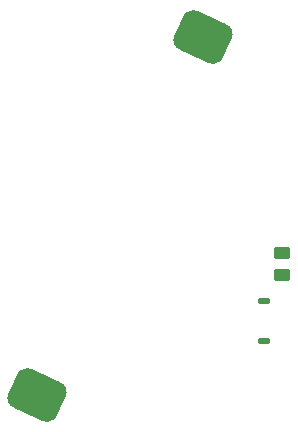
<source format=gbp>
%TF.GenerationSoftware,KiCad,Pcbnew,9.0.4*%
%TF.CreationDate,2025-12-02T01:12:31+00:00*%
%TF.ProjectId,dtv2,64747632-2e6b-4696-9361-645f70636258,rev?*%
%TF.SameCoordinates,Original*%
%TF.FileFunction,Paste,Bot*%
%TF.FilePolarity,Positive*%
%FSLAX46Y46*%
G04 Gerber Fmt 4.6, Leading zero omitted, Abs format (unit mm)*
G04 Created by KiCad (PCBNEW 9.0.4) date 2025-12-02 01:12:31*
%MOMM*%
%LPD*%
G01*
G04 APERTURE LIST*
G04 Aperture macros list*
%AMRoundRect*
0 Rectangle with rounded corners*
0 $1 Rounding radius*
0 $2 $3 $4 $5 $6 $7 $8 $9 X,Y pos of 4 corners*
0 Add a 4 corners polygon primitive as box body*
4,1,4,$2,$3,$4,$5,$6,$7,$8,$9,$2,$3,0*
0 Add four circle primitives for the rounded corners*
1,1,$1+$1,$2,$3*
1,1,$1+$1,$4,$5*
1,1,$1+$1,$6,$7*
1,1,$1+$1,$8,$9*
0 Add four rect primitives between the rounded corners*
20,1,$1+$1,$2,$3,$4,$5,0*
20,1,$1+$1,$4,$5,$6,$7,0*
20,1,$1+$1,$6,$7,$8,$9,0*
20,1,$1+$1,$8,$9,$2,$3,0*%
G04 Aperture macros list end*
%ADD10RoundRect,0.905000X-0.836514X1.388630X-1.601454X-0.251787X0.836514X-1.388630X1.601454X0.251787X0*%
%ADD11RoundRect,0.075000X-0.425000X0.175000X-0.425000X-0.175000X0.425000X-0.175000X0.425000X0.175000X0*%
%ADD12RoundRect,0.250000X-0.450000X0.262500X-0.450000X-0.262500X0.450000X-0.262500X0.450000X0.262500X0*%
G04 APERTURE END LIST*
D10*
%TO.C,BT1*%
X122102772Y-67006508D03*
X108000000Y-97250000D03*
%TD*%
D11*
%TO.C,SW2*%
X127250000Y-92700000D03*
X127250000Y-89300000D03*
%TD*%
D12*
%TO.C,R1*%
X128800000Y-85287500D03*
X128800000Y-87112500D03*
%TD*%
M02*

</source>
